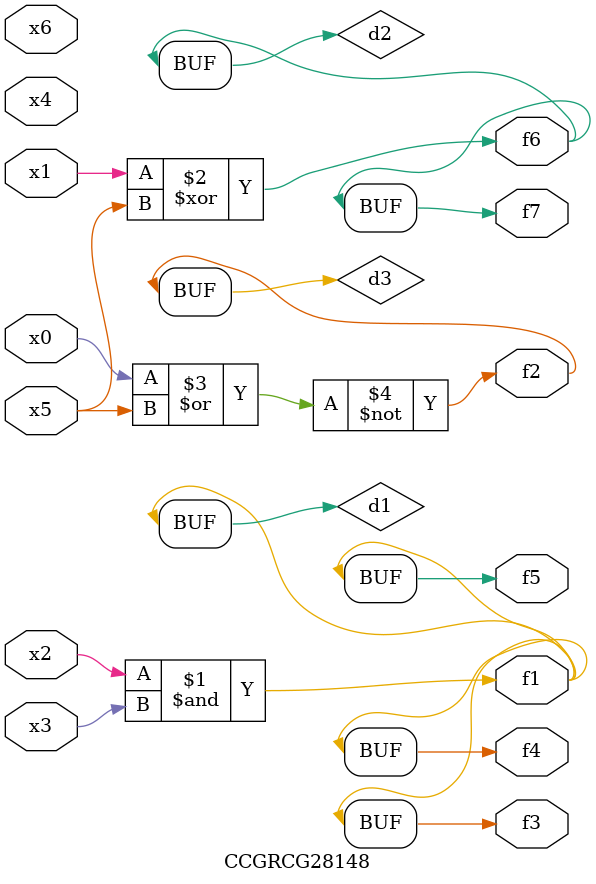
<source format=v>
module CCGRCG28148(
	input x0, x1, x2, x3, x4, x5, x6,
	output f1, f2, f3, f4, f5, f6, f7
);

	wire d1, d2, d3;

	and (d1, x2, x3);
	xor (d2, x1, x5);
	nor (d3, x0, x5);
	assign f1 = d1;
	assign f2 = d3;
	assign f3 = d1;
	assign f4 = d1;
	assign f5 = d1;
	assign f6 = d2;
	assign f7 = d2;
endmodule

</source>
